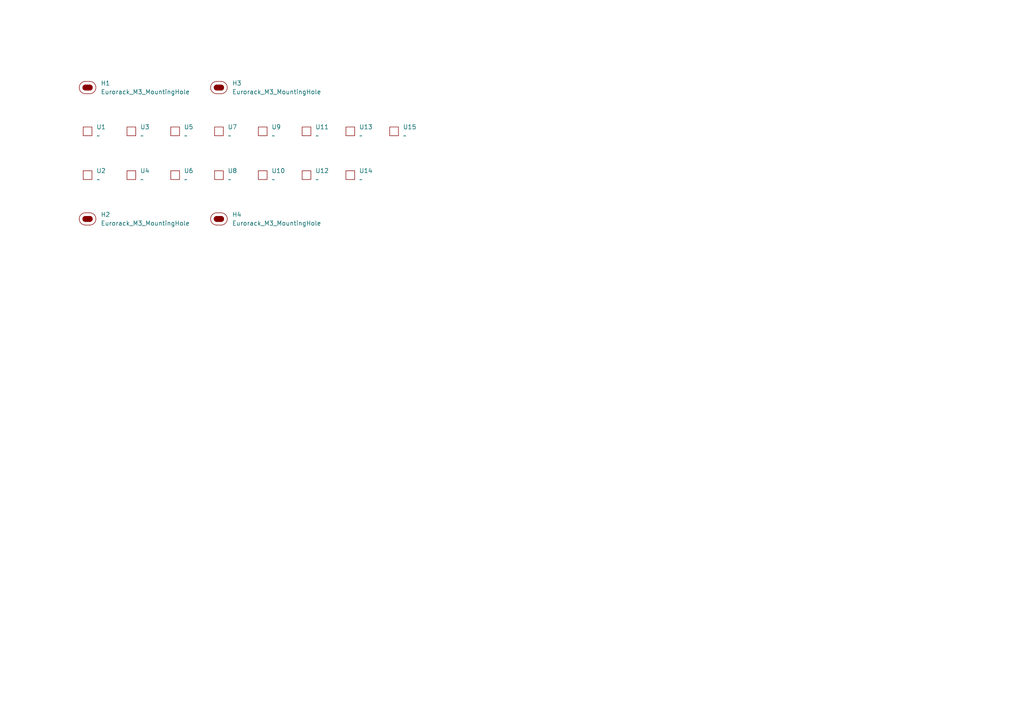
<source format=kicad_sch>
(kicad_sch (version 20250114) (generator "eeschema") (generator_version "9.0")
  (paper "A4")
  (lib_symbols
    (symbol "EXC:Eurorack_M3_MountingHole" (pin_names (offset 1.016))
      (property "Reference" "H" (at 0 5.08 0))
      (property "Value" "Eurorack_M3_MountingHole" (at 0 3.175 0))
      (symbol "Eurorack_M3_MountingHole_0_1"
        (polyline (pts (xy -0.635 0.762) (xy 0.635 0.762)))
        (circle (center -0.635 0) (radius 0.762) (fill (type outline)))
        (arc (start -0.635 -0.762) (mid -1.397 0) (end -0.635 0.762))
        (arc (start -0.635 -1.778) (mid -2.413 0) (end -0.635 1.778))
        (polyline (pts (xy -0.635 -0.762) (xy 0.635 -0.762)))
        (polyline (pts (xy -0.635 -1.778) (xy 0.635 -1.778)))
        (circle (center 0 0) (radius 0.762) (fill (type outline)))
        (polyline (pts (xy 0.635 1.778) (xy -0.635 1.778)))
        (arc (start 0.6141 1.778) (mid 2.4131 0) (end 0.6141 -1.778))
        (arc (start 0.6227 0.762) (mid 1.3971 0) (end 0.6227 -0.762))
        (circle (center 0.635 0) (radius 0.762) (fill (type outline)))
      )
    )
    (symbol "EXC:SW_CherrySwitch_Clearance_Inner"
      (property "Reference" "U" (at 0 0 0))
      (symbol "SW_CherrySwitch_Clearance_Inner_0_1"
        (rectangle (start -1.27 1.27) (end 1.27 -1.27))
      )
    )
  )
  (symbol (lib_id "EXC:Eurorack_M3_MountingHole") (at 25.4 25.4 0) (unit 1)
    (property "Reference" "H1" (at 29.21 24.1299 0) (effects (justify left)))
    (property "Value" "Eurorack_M3_MountingHole" (at 29.21 26.6699 0) (effects (justify left)))
    (property "Footprint" "EXC:MountingHole_3.2mm_M3" (effects (hide yes)))
    (property "Description" "Mounting Hole without connection" (effects (hide yes)))
  )
  (symbol (lib_id "EXC:SW_CherrySwitch_Clearance_Inner") (at 50.8 38.1 0) (unit 1)
    (property "Reference" "U5" (at 53.34 36.8299 0) (effects (justify left)))
    (property "Value" "~" (at 53.34 39.3699 0) (effects (justify left)))
    (property "Footprint" "EXC:SW_Cherry_MX_1.00u_Clearance" (effects (hide yes)))
  )
  (symbol (lib_id "EXC:SW_CherrySwitch_Clearance_Inner") (at 25.4 50.8 0) (unit 1)
    (property "Reference" "U2" (at 27.94 49.5299 0) (effects (justify left)))
    (property "Value" "~" (at 27.94 52.0699 0) (effects (justify left)))
    (property "Footprint" "EXC:SW_Cherry_MX_1.00u_Clearance" (effects (hide yes)))
  )
  (symbol (lib_id "EXC:SW_CherrySwitch_Clearance_Inner") (at 114.3 38.1 0) (unit 1)
    (property "Reference" "U15" (at 116.84 36.8299 0) (effects (justify left)))
    (property "Value" "~" (at 116.84 39.3699 0) (effects (justify left)))
    (property "Footprint" "EXC:SW_Cherry_MX_1.00u_Clearance" (effects (hide yes)))
  )
  (symbol (lib_id "EXC:SW_CherrySwitch_Clearance_Inner") (at 25.4 38.1 0) (unit 1)
    (property "Reference" "U1" (at 27.94 36.8299 0) (effects (justify left)))
    (property "Value" "~" (at 27.94 39.3699 0) (effects (justify left)))
    (property "Footprint" "EXC:SW_Cherry_MX_1.00u_Clearance" (effects (hide yes)))
  )
  (symbol (lib_id "EXC:SW_CherrySwitch_Clearance_Inner") (at 38.1 38.1 0) (unit 1)
    (property "Reference" "U3" (at 40.64 36.8299 0) (effects (justify left)))
    (property "Value" "~" (at 40.64 39.3699 0) (effects (justify left)))
    (property "Footprint" "EXC:SW_Cherry_MX_1.00u_Clearance" (effects (hide yes)))
  )
  (symbol (lib_id "EXC:SW_CherrySwitch_Clearance_Inner") (at 38.1 50.8 0) (unit 1)
    (property "Reference" "U4" (at 40.64 49.5299 0) (effects (justify left)))
    (property "Value" "~" (at 40.64 52.0699 0) (effects (justify left)))
    (property "Footprint" "EXC:SW_Cherry_MX_1.00u_Clearance" (effects (hide yes)))
  )
  (symbol (lib_id "EXC:SW_CherrySwitch_Clearance_Inner") (at 76.2 50.8 0) (unit 1)
    (property "Reference" "U10" (at 78.74 49.5299 0) (effects (justify left)))
    (property "Value" "~" (at 78.74 52.0699 0) (effects (justify left)))
    (property "Footprint" "EXC:SW_Cherry_MX_1.00u_Clearance" (effects (hide yes)))
  )
  (symbol (lib_id "EXC:SW_CherrySwitch_Clearance_Inner") (at 63.5 50.8 0) (unit 1)
    (property "Reference" "U8" (at 66.04 49.5299 0) (effects (justify left)))
    (property "Value" "~" (at 66.04 52.0699 0) (effects (justify left)))
    (property "Footprint" "EXC:SW_Cherry_MX_1.00u_Clearance" (effects (hide yes)))
  )
  (symbol (lib_id "EXC:SW_CherrySwitch_Clearance_Inner") (at 50.8 50.8 0) (unit 1)
    (property "Reference" "U6" (at 53.34 49.5299 0) (effects (justify left)))
    (property "Value" "~" (at 53.34 52.0699 0) (effects (justify left)))
    (property "Footprint" "EXC:SW_Cherry_MX_1.00u_Clearance" (effects (hide yes)))
  )
  (symbol (lib_id "EXC:Eurorack_M3_MountingHole") (at 63.5 25.4 0) (unit 1)
    (property "Reference" "H3" (at 67.31 24.1299 0) (effects (justify left)))
    (property "Value" "Eurorack_M3_MountingHole" (at 67.31 26.6699 0) (effects (justify left)))
    (property "Footprint" "EXC:MountingHole_3.2mm_M3" (effects (hide yes)))
    (property "Description" "Mounting Hole without connection" (effects (hide yes)))
  )
  (symbol (lib_id "EXC:SW_CherrySwitch_Clearance_Inner") (at 63.5 38.1 0) (unit 1)
    (property "Reference" "U7" (at 66.04 36.8299 0) (effects (justify left)))
    (property "Value" "~" (at 66.04 39.3699 0) (effects (justify left)))
    (property "Footprint" "EXC:SW_Cherry_MX_1.00u_Clearance" (effects (hide yes)))
  )
  (symbol (lib_id "EXC:SW_CherrySwitch_Clearance_Inner") (at 101.6 50.8 0) (unit 1)
    (property "Reference" "U14" (at 104.14 49.5299 0) (effects (justify left)))
    (property "Value" "~" (at 104.14 52.0699 0) (effects (justify left)))
    (property "Footprint" "EXC:SW_Cherry_MX_1.00u_Clearance" (effects (hide yes)))
  )
  (symbol (lib_id "EXC:SW_CherrySwitch_Clearance_Inner") (at 88.9 38.1 0) (unit 1)
    (property "Reference" "U11" (at 91.44 36.8299 0) (effects (justify left)))
    (property "Value" "~" (at 91.44 39.3699 0) (effects (justify left)))
    (property "Footprint" "EXC:SW_Cherry_MX_1.00u_Clearance" (effects (hide yes)))
  )
  (symbol (lib_id "EXC:SW_CherrySwitch_Clearance_Inner") (at 88.9 50.8 0) (unit 1)
    (property "Reference" "U12" (at 91.44 49.5299 0) (effects (justify left)))
    (property "Value" "~" (at 91.44 52.0699 0) (effects (justify left)))
    (property "Footprint" "EXC:SW_Cherry_MX_1.00u_Clearance" (effects (hide yes)))
  )
  (symbol (lib_id "EXC:Eurorack_M3_MountingHole") (at 63.5 63.5 0) (unit 1)
    (property "Reference" "H4" (at 67.31 62.2299 0) (effects (justify left)))
    (property "Value" "Eurorack_M3_MountingHole" (at 67.31 64.7699 0) (effects (justify left)))
    (property "Footprint" "EXC:MountingHole_3.2mm_M3" (effects (hide yes)))
    (property "Description" "Mounting Hole without connection" (effects (hide yes)))
  )
  (symbol (lib_id "EXC:SW_CherrySwitch_Clearance_Inner") (at 101.6 38.1 0) (unit 1)
    (property "Reference" "U13" (at 104.14 36.8299 0) (effects (justify left)))
    (property "Value" "~" (at 104.14 39.3699 0) (effects (justify left)))
    (property "Footprint" "EXC:SW_Cherry_MX_1.00u_Clearance" (effects (hide yes)))
  )
  (symbol (lib_id "EXC:SW_CherrySwitch_Clearance_Inner") (at 76.2 38.1 0) (unit 1)
    (property "Reference" "U9" (at 78.74 36.8299 0) (effects (justify left)))
    (property "Value" "~" (at 78.74 39.3699 0) (effects (justify left)))
    (property "Footprint" "EXC:SW_Cherry_MX_1.00u_Clearance" (effects (hide yes)))
  )
  (symbol (lib_id "EXC:Eurorack_M3_MountingHole") (at 25.4 63.5 0) (unit 1)
    (property "Reference" "H2" (at 29.21 62.2299 0) (effects (justify left)))
    (property "Value" "Eurorack_M3_MountingHole" (at 29.21 64.7699 0) (effects (justify left)))
    (property "Footprint" "EXC:MountingHole_3.2mm_M3" (effects (hide yes)))
    (property "Description" "Mounting Hole without connection" (effects (hide yes)))
  )
)
</source>
